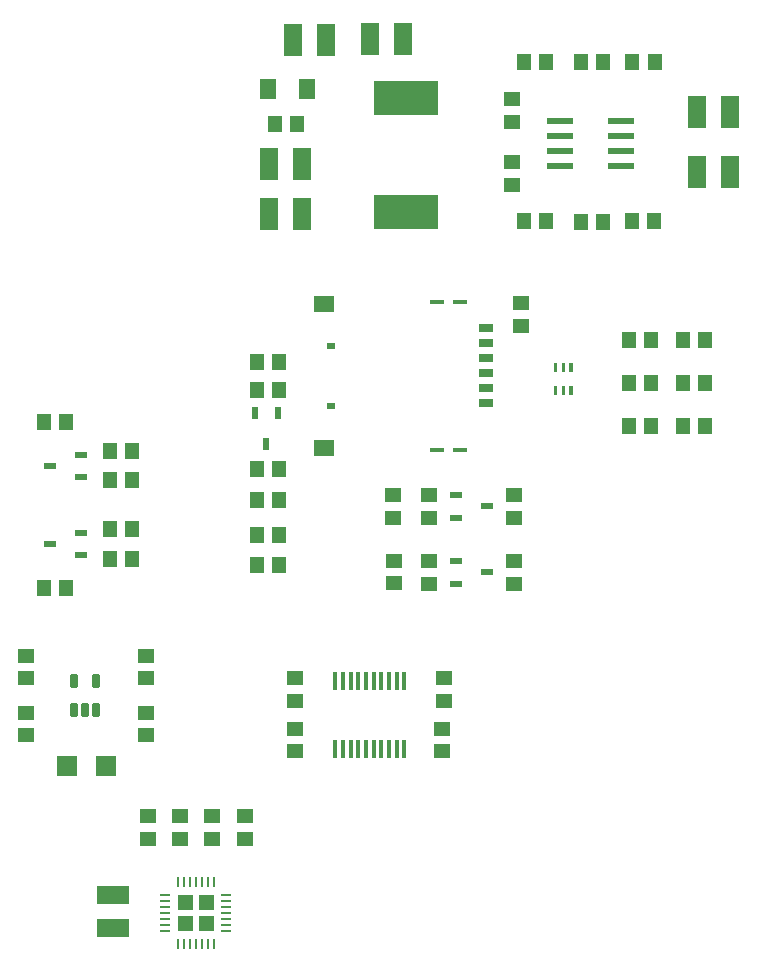
<source format=gbp>
G04 Layer_Color=128*
%FSTAX24Y24*%
%MOIN*%
G70*
G01*
G75*
%ADD13R,0.0472X0.0551*%
%ADD29R,0.0453X0.0256*%
%ADD30R,0.0512X0.0177*%
%ADD31R,0.0669X0.0551*%
%ADD32R,0.0315X0.0213*%
%ADD34R,0.0551X0.0472*%
%ADD35R,0.2126X0.1142*%
%ADD36R,0.0630X0.1063*%
%ADD37R,0.0866X0.0236*%
%ADD38R,0.0531X0.0709*%
%ADD39R,0.0394X0.0236*%
%ADD40R,0.0236X0.0394*%
G04:AMPARAMS|DCode=41|XSize=61.8mil|YSize=16.1mil|CornerRadius=2mil|HoleSize=0mil|Usage=FLASHONLY|Rotation=270.000|XOffset=0mil|YOffset=0mil|HoleType=Round|Shape=RoundedRectangle|*
%AMROUNDEDRECTD41*
21,1,0.0618,0.0121,0,0,270.0*
21,1,0.0578,0.0161,0,0,270.0*
1,1,0.0040,-0.0061,-0.0289*
1,1,0.0040,-0.0061,0.0289*
1,1,0.0040,0.0061,0.0289*
1,1,0.0040,0.0061,-0.0289*
%
%ADD41ROUNDEDRECTD41*%
G04:AMPARAMS|DCode=42|XSize=26.4mil|YSize=46.1mil|CornerRadius=1.6mil|HoleSize=0mil|Usage=FLASHONLY|Rotation=180.000|XOffset=0mil|YOffset=0mil|HoleType=Round|Shape=RoundedRectangle|*
%AMROUNDEDRECTD42*
21,1,0.0264,0.0429,0,0,180.0*
21,1,0.0232,0.0461,0,0,180.0*
1,1,0.0032,-0.0116,0.0214*
1,1,0.0032,0.0116,0.0214*
1,1,0.0032,0.0116,-0.0214*
1,1,0.0032,-0.0116,-0.0214*
%
%ADD42ROUNDEDRECTD42*%
%ADD43R,0.0669X0.0669*%
%ADD44R,0.1063X0.0630*%
%ADD46R,0.0100X0.0354*%
%ADD47R,0.0354X0.0100*%
G36*
X018141Y016498D02*
X017649D01*
Y016992D01*
X018141D01*
Y016498D01*
D02*
G37*
G36*
X029859Y033678D02*
X029741D01*
Y033974D01*
X029859D01*
Y033678D01*
D02*
G37*
G36*
X017452Y016498D02*
X016958D01*
Y016992D01*
X017452D01*
Y016498D01*
D02*
G37*
G36*
Y015809D02*
X016958D01*
Y016301D01*
X017452D01*
Y015809D01*
D02*
G37*
G36*
X018141D02*
X017648D01*
Y016302D01*
X018141D01*
Y015809D01*
D02*
G37*
G36*
X029859Y034426D02*
X029741D01*
Y034722D01*
X029859D01*
Y034426D01*
D02*
G37*
G36*
X030116Y034427D02*
X029997D01*
Y034722D01*
X030116D01*
Y034427D01*
D02*
G37*
G36*
X029603Y034426D02*
X029485D01*
Y034722D01*
X029603D01*
Y034426D01*
D02*
G37*
G36*
X029603Y033678D02*
X029485D01*
Y033974D01*
X029603D01*
Y033678D01*
D02*
G37*
G36*
X030115Y033678D02*
X029997D01*
Y033974D01*
X030115D01*
Y033678D01*
D02*
G37*
D13*
X033778Y032631D02*
D03*
X034526D02*
D03*
X033778Y035511D02*
D03*
X034526D02*
D03*
X033778Y034071D02*
D03*
X034526D02*
D03*
X032726Y034064D02*
D03*
X031978D02*
D03*
X032726Y035504D02*
D03*
X031978D02*
D03*
X032726Y032624D02*
D03*
X031978D02*
D03*
X032843Y044774D02*
D03*
X032095D02*
D03*
X029221Y044749D02*
D03*
X028473D02*
D03*
X032838Y039461D02*
D03*
X03209D02*
D03*
X030374Y044776D02*
D03*
X031122D02*
D03*
X028474Y039476D02*
D03*
X029222D02*
D03*
X030374Y039426D02*
D03*
X031122D02*
D03*
X020922Y042699D02*
D03*
X020174D02*
D03*
X012474Y032776D02*
D03*
X013222D02*
D03*
X014674Y030826D02*
D03*
X015422D02*
D03*
X015426Y031781D02*
D03*
X014678D02*
D03*
X015426Y029198D02*
D03*
X014678D02*
D03*
X014674Y028193D02*
D03*
X015422D02*
D03*
X013226Y027224D02*
D03*
X012478D02*
D03*
X020326Y027987D02*
D03*
X019578D02*
D03*
X020326Y029011D02*
D03*
X019578D02*
D03*
X019574Y030176D02*
D03*
X020322D02*
D03*
X019574Y033826D02*
D03*
X020322D02*
D03*
X020326Y034774D02*
D03*
X019578D02*
D03*
X019577Y031201D02*
D03*
X020325D02*
D03*
D29*
X027222Y035385D02*
D03*
Y034385D02*
D03*
Y033385D02*
D03*
Y035885D02*
D03*
Y034885D02*
D03*
Y033885D02*
D03*
D30*
X026368Y036769D02*
D03*
X02558D02*
D03*
Y031832D02*
D03*
X026368D02*
D03*
D31*
X021817Y036704D02*
D03*
Y031896D02*
D03*
D32*
X022045Y0333D02*
D03*
Y0353D02*
D03*
D34*
X0284Y036722D02*
D03*
Y035974D02*
D03*
X028081Y041422D02*
D03*
Y040674D02*
D03*
X028076Y043526D02*
D03*
Y042778D02*
D03*
X028149Y029578D02*
D03*
Y030326D02*
D03*
X028151Y028127D02*
D03*
Y027379D02*
D03*
X025335Y029573D02*
D03*
Y030321D02*
D03*
X024162Y028129D02*
D03*
Y027381D02*
D03*
X025335Y027378D02*
D03*
Y028126D02*
D03*
X024112Y030325D02*
D03*
Y029577D02*
D03*
X020841Y023478D02*
D03*
Y024226D02*
D03*
Y021783D02*
D03*
Y022531D02*
D03*
X025764Y022532D02*
D03*
Y021784D02*
D03*
X025811Y023476D02*
D03*
Y024224D02*
D03*
X011899Y024228D02*
D03*
Y024976D02*
D03*
Y022328D02*
D03*
Y023076D02*
D03*
X015899Y024228D02*
D03*
Y024976D02*
D03*
X015901Y023072D02*
D03*
Y022324D02*
D03*
X015949Y018878D02*
D03*
Y019626D02*
D03*
X017022Y018878D02*
D03*
Y019626D02*
D03*
X018103Y019625D02*
D03*
Y018877D02*
D03*
X019176Y019625D02*
D03*
Y018877D02*
D03*
D35*
X02455Y039755D02*
D03*
Y043574D02*
D03*
D36*
X021901Y0455D02*
D03*
X020799D02*
D03*
X023367Y045542D02*
D03*
X024469D02*
D03*
X034249Y041088D02*
D03*
X035351D02*
D03*
X034249Y0431D02*
D03*
X035351D02*
D03*
X021101Y04135D02*
D03*
X019999D02*
D03*
X021101Y0397D02*
D03*
X019999D02*
D03*
D37*
X029676Y0413D02*
D03*
Y0418D02*
D03*
Y0428D02*
D03*
X031724Y0413D02*
D03*
Y0418D02*
D03*
Y0428D02*
D03*
X029676Y0423D02*
D03*
X031724D02*
D03*
D38*
X021259Y04385D02*
D03*
X019941D02*
D03*
D39*
X013712Y030926D02*
D03*
Y031674D02*
D03*
X012688Y0313D02*
D03*
X013712Y028326D02*
D03*
Y029074D02*
D03*
X012688Y0287D02*
D03*
X026238Y030324D02*
D03*
Y029576D02*
D03*
X027262Y02995D02*
D03*
X026238Y028124D02*
D03*
Y027376D02*
D03*
X027262Y02775D02*
D03*
D40*
X020274Y033062D02*
D03*
X019526D02*
D03*
X0199Y032038D02*
D03*
D41*
X022198Y02413D02*
D03*
X022454D02*
D03*
X02271D02*
D03*
X022966D02*
D03*
X023222D02*
D03*
X023478D02*
D03*
X023734D02*
D03*
X02399D02*
D03*
X024246D02*
D03*
X024502D02*
D03*
Y02187D02*
D03*
X024246D02*
D03*
X02399D02*
D03*
X023734D02*
D03*
X023478D02*
D03*
X023222D02*
D03*
X022966D02*
D03*
X02271D02*
D03*
X022454D02*
D03*
X022198D02*
D03*
D42*
X01422Y02317D02*
D03*
X01385D02*
D03*
X01348D02*
D03*
Y02413D02*
D03*
X01422D02*
D03*
D43*
X01325Y0213D02*
D03*
X01455D02*
D03*
D44*
X0148Y017001D02*
D03*
Y015899D02*
D03*
D46*
X016959Y01538D02*
D03*
X017156D02*
D03*
X017353D02*
D03*
X01755D02*
D03*
X017747D02*
D03*
X017944D02*
D03*
X018141D02*
D03*
Y01742D02*
D03*
X017944D02*
D03*
X017747D02*
D03*
X01755D02*
D03*
X017353D02*
D03*
X017156D02*
D03*
X016959D02*
D03*
D47*
X01857Y015809D02*
D03*
Y016006D02*
D03*
Y016203D02*
D03*
Y0164D02*
D03*
Y016597D02*
D03*
Y016794D02*
D03*
Y016991D02*
D03*
X01653D02*
D03*
Y016794D02*
D03*
Y016597D02*
D03*
Y0164D02*
D03*
Y016203D02*
D03*
Y016006D02*
D03*
Y015809D02*
D03*
M02*

</source>
